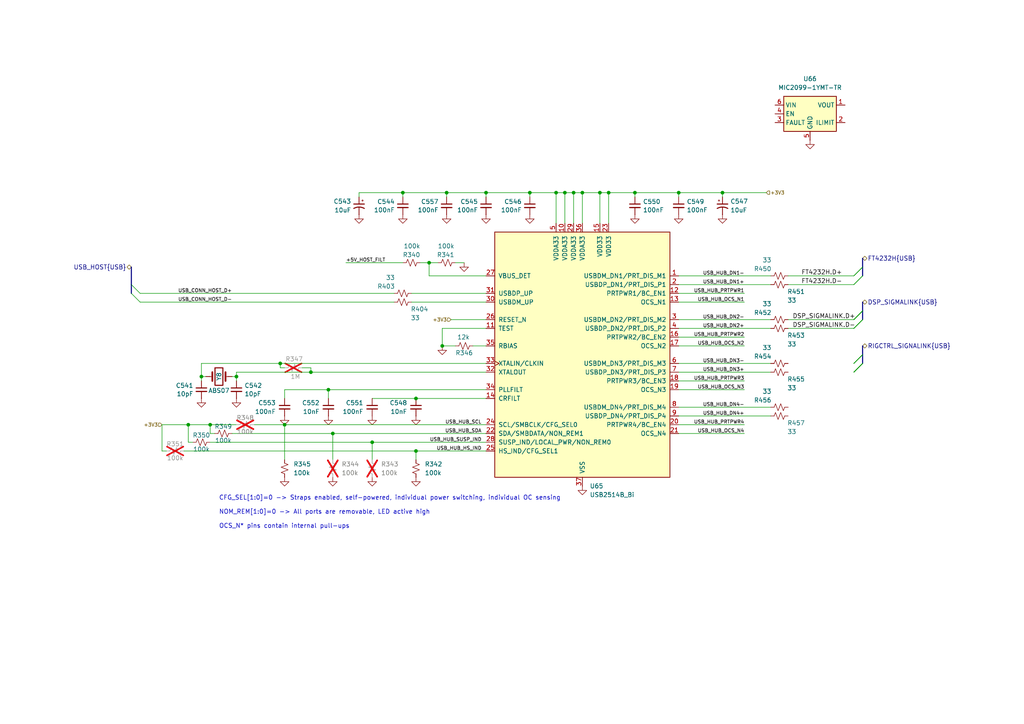
<source format=kicad_sch>
(kicad_sch (version 20250114) (generator "eeschema") (generator_version "9.0")
  (paper "A4")
  (lib_symbols
    (symbol "Device:C_Polarized_Small_US" (pin_numbers (hide yes)) (pin_names (offset 0.254) (hide yes))
      (property "Reference" "C" (at 0.254 1.778 0))
      (property "Value" "C_Polarized_Small_US" (at 0.254 -2.032 0))
      (symbol "C_Polarized_Small_US_0_1"
        (polyline (pts (xy -1.524 0.508) (xy 1.524 0.508)) (stroke (width 0.3048)))
        (polyline (pts (xy -1.27 1.524) (xy -0.762 1.524)))
        (polyline (pts (xy -1.016 1.27) (xy -1.016 1.778)))
        (arc (start -1.524 -0.762) (mid 0 -0.3734) (end 1.524 -0.762) (stroke (width 0.3048)))
      )
      (symbol "C_Polarized_Small_US_1_1"
        (pin passive line (at 0 2.54 270) (length 2.032) (name "~") (number "1"))
        (pin passive line (at 0 -2.54 90) (length 2.032) (name "~") (number "2"))
      )
    )
    (symbol "Device:C_Small" (pin_numbers (hide yes)) (pin_names (offset 0.254) (hide yes))
      (property "Reference" "C" (at 0.254 1.778 0))
      (property "Value" "C_Small" (at 0.254 -2.032 0))
      (symbol "C_Small_0_1"
        (polyline (pts (xy -1.524 0.508) (xy 1.524 0.508)) (stroke (width 0.3048)))
        (polyline (pts (xy -1.524 -0.508) (xy 1.524 -0.508)) (stroke (width 0.3302)))
      )
      (symbol "C_Small_1_1"
        (pin passive line (at 0 2.54 270) (length 2.032) (name "~") (number "1"))
        (pin passive line (at 0 -2.54 90) (length 2.032) (name "~") (number "2"))
      )
    )
    (symbol "Device:Crystal" (pin_numbers (hide yes)) (pin_names (offset 1.016) (hide yes))
      (property "Reference" "Y" (at 0 3.81 0))
      (property "Value" "Crystal" (at 0 -3.81 0))
      (symbol "Crystal_0_1"
        (polyline (pts (xy -2.54 0) (xy -1.905 0)))
        (polyline (pts (xy -1.905 -1.27) (xy -1.905 1.27)) (stroke (width 0.508)))
        (rectangle (start -1.143 2.54) (end 1.143 -2.54) (stroke (width 0.3048)))
        (polyline (pts (xy 1.905 -1.27) (xy 1.905 1.27)) (stroke (width 0.508)))
        (polyline (pts (xy 2.54 0) (xy 1.905 0)))
      )
      (symbol "Crystal_1_1"
        (pin passive line (at -3.81 0 0) (length 1.27) (name "1") (number "1"))
        (pin passive line (at 3.81 0 180) (length 1.27) (name "2") (number "2"))
      )
    )
    (symbol "Device:R_Small_US" (pin_numbers (hide yes)) (pin_names (offset 0.254) (hide yes))
      (property "Reference" "R" (at 0.762 0.508 0))
      (property "Value" "R_Small_US" (at 0.762 -1.016 0))
      (symbol "R_Small_US_1_1"
        (polyline (pts (xy 0 1.524) (xy 1.016 1.143) (xy 0 0.762) (xy -1.016 0.381) (xy 0 0)))
        (polyline (pts (xy 0 0) (xy 1.016 -0.381) (xy 0 -0.762) (xy -1.016 -1.143) (xy 0 -1.524)))
        (pin passive line (at 0 2.54 270) (length 1.016) (name "~") (number "1"))
        (pin passive line (at 0 -2.54 90) (length 1.016) (name "~") (number "2"))
      )
    )
    (symbol "Interface_USB:USB2514B_Bi" (pin_names (offset 1.016))
      (property "Reference" "U65" (at 2.1433 -38.1 0))
      (property "Value" "USB2514B_Bi" (at 2.1433 -40.64 0))
      (symbol "USB2514B_Bi_0_1"
        (rectangle (start -25.4 35.56) (end 25.4 -35.56) (stroke (width 0.254)) (fill (type background)))
      )
      (symbol "USB2514B_Bi_1_1"
        (pin input line (at -27.94 22.86 0) (length 2.54) (name "VBUS_DET") (number "27"))
        (pin bidirectional line (at -27.94 17.78 0) (length 2.54) (name "USBDP_UP") (number "31"))
        (pin bidirectional line (at -27.94 15.24 0) (length 2.54) (name "USBDM_UP") (number "30"))
        (pin input line (at -27.94 10.16 0) (length 2.54) (name "RESET_N") (number "26"))
        (pin input line (at -27.94 7.62 0) (length 2.54) (name "TEST") (number "11"))
        (pin input line (at -27.94 2.54 0) (length 2.54) (name "RBIAS") (number "35"))
        (pin input clock (at -27.94 -2.54 0) (length 2.54) (name "XTALIN/CLKIN") (number "33"))
        (pin output line (at -27.94 -5.08 0) (length 2.54) (name "XTALOUT") (number "32"))
        (pin input line (at -27.94 -10.16 0) (length 2.54) (name "PLLFILT") (number "34"))
        (pin input line (at -27.94 -12.7 0) (length 2.54) (name "CRFILT") (number "14"))
        (pin bidirectional line (at -27.94 -20.32 0) (length 2.54) (name "SCL/SMBCLK/CFG_SEL0") (number "24"))
        (pin bidirectional line (at -27.94 -22.86 0) (length 2.54) (name "SDA/SMBDATA/NON_REM1") (number "22"))
        (pin bidirectional line (at -27.94 -25.4 0) (length 2.54) (name "SUSP_IND/LOCAL_PWR/NON_REM0") (number "28"))
        (pin bidirectional line (at -27.94 -27.94 0) (length 2.54) (name "HS_IND/CFG_SEL1") (number "25"))
        (pin power_in line (at -7.62 38.1 270) (length 2.54) (name "VDDA33") (number "5"))
        (pin power_in line (at -5.08 38.1 270) (length 2.54) (name "VDDA33") (number "10"))
        (pin power_in line (at -2.54 38.1 270) (length 2.54) (name "VDDA33") (number "29"))
        (pin power_in line (at 0 38.1 270) (length 2.54) (name "VDDA33") (number "36"))
        (pin power_in line (at 0 -38.1 90) (length 2.54) (name "VSS") (number "37"))
        (pin power_in line (at 5.08 38.1 270) (length 2.54) (name "VDD33") (number "15"))
        (pin power_in line (at 7.62 38.1 270) (length 2.54) (name "VDD33") (number "23"))
        (pin bidirectional line (at 27.94 22.86 180) (length 2.54) (name "USBDM_DN1/PRT_DIS_M1") (number "1"))
        (pin bidirectional line (at 27.94 20.32 180) (length 2.54) (name "USBDP_DN1/PRT_DIS_P1") (number "2"))
        (pin bidirectional line (at 27.94 17.78 180) (length 2.54) (name "PRTPWR1/BC_EN1") (number "12"))
        (pin input line (at 27.94 15.24 180) (length 2.54) (name "OCS_N1") (number "13"))
        (pin bidirectional line (at 27.94 10.16 180) (length 2.54) (name "USBDM_DN2/PRT_DIS_M2") (number "3"))
        (pin bidirectional line (at 27.94 7.62 180) (length 2.54) (name "USBDP_DN2/PRT_DIS_P2") (number "4"))
        (pin bidirectional line (at 27.94 5.08 180) (length 2.54) (name "PRTPWR2/BC_EN2") (number "16"))
        (pin input line (at 27.94 2.54 180) (length 2.54) (name "OCS_N2") (number "17"))
        (pin bidirectional line (at 27.94 -2.54 180) (length 2.54) (name "USBDM_DN3/PRT_DIS_M3") (number "6"))
        (pin bidirectional line (at 27.94 -5.08 180) (length 2.54) (name "USBDP_DN3/PRT_DIS_P3") (number "7"))
        (pin bidirectional line (at 27.94 -7.62 180) (length 2.54) (name "PRTPWR3/BC_EN3") (number "18"))
        (pin input line (at 27.94 -10.16 180) (length 2.54) (name "OCS_N3") (number "19"))
        (pin bidirectional line (at 27.94 -15.24 180) (length 2.54) (name "USBDM_DN4/PRT_DIS_M4") (number "8"))
        (pin bidirectional line (at 27.94 -17.78 180) (length 2.54) (name "USBDP_DN4/PRT_DIS_P4") (number "9"))
        (pin bidirectional line (at 27.94 -20.32 180) (length 2.54) (name "PRTPWR4/BC_EN4") (number "20"))
        (pin input line (at 27.94 -22.86 180) (length 2.54) (name "OCS_N4") (number "21"))
      )
    )
    (symbol "Power_Management:MIC2090-1YM5"
      (property "Reference" "U66" (at 0 10.16 0))
      (property "Value" "MIC2099-1YMT-TR" (at 0 7.62 0))
      (symbol "MIC2090-1YM5_0_1"
        (rectangle (start -7.62 5.08) (end 7.62 -5.08) (stroke (width 0.254)) (fill (type background)))
      )
      (symbol "MIC2090-1YM5_1_1"
        (pin power_in line (at -10.16 2.54 0) (length 2.54) (name "VIN") (number "6"))
        (pin input line (at -10.16 0 0) (length 2.54) (name "EN") (number "4"))
        (pin open_collector line (at -10.16 -2.54 0) (length 2.54) (name "FAULT") (number "3"))
        (pin power_in line (at 0 -7.62 90) (length 2.54) (name "GND") (number "5"))
        (pin power_out line (at 10.16 2.54 180) (length 2.54) (name "VOUT") (number "1"))
        (pin input line (at 10.16 -2.54 180) (length 2.54) (name "ILIMIT") (number "2"))
      )
    )
    (symbol "power:GND" (power) (pin_numbers (hide yes)) (pin_names (offset 0) (hide yes))
      (property "Value" "GND" (at 0 -3.81 0))
      (symbol "GND_0_1"
        (polyline (pts (xy 0 0) (xy 0 -1.27) (xy 1.27 -1.27) (xy 0 -2.54) (xy -1.27 -1.27) (xy 0 -1.27)))
      )
      (symbol "GND_1_1"
        (pin power_in line (at 0 0 270) (length 0) (name "~") (number "1"))
      )
    )
  )
  (text "CFG_SEL[1:0]=0 -> Straps enabled, self-powered, individual power switching, individual OC sensing\n\nNOM_REM[1:0]=0 -> All ports are removable, LED active high\n\nOCS_N* pins contain internal pull-ups" (at 63.5 148.59 0) (effects (font (size 1.27 1.27)) (justify left)))
  (junction (at 161.29 55.88))
  (junction (at 140.97 55.88))
  (junction (at 116.84 55.88))
  (junction (at 128.27 100.33))
  (junction (at 54.61 123.19))
  (junction (at 120.65 130.81))
  (junction (at 129.54 55.88))
  (junction (at 163.83 55.88))
  (junction (at 58.42 109.22))
  (junction (at 209.55 55.88))
  (junction (at 124.46 76.2))
  (junction (at 196.85 55.88))
  (junction (at 168.91 55.88))
  (junction (at 96.52 125.73))
  (junction (at 95.25 113.03))
  (junction (at 184.15 55.88))
  (junction (at 166.37 55.88))
  (junction (at 176.53 55.88))
  (junction (at 153.67 55.88))
  (junction (at 68.58 109.22))
  (junction (at 60.96 123.19))
  (junction (at 107.95 128.27))
  (junction (at 82.55 123.19))
  (junction (at 81.28 105.41))
  (junction (at 120.65 115.57))
  (junction (at 90.17 107.95))
  (junction (at 173.99 55.88))
  (bus_entry (at 40.64 87.63) (size -2.54 -2.54))
  (bus_entry (at 250.19 105.41) (size -2.54 2.54))
  (bus_entry (at 250.19 90.17) (size -2.54 2.54))
  (bus_entry (at 250.19 90.17) (size -2.54 2.54))
  (bus_entry (at 250.19 90.17) (size -2.54 2.54))
  (bus_entry (at 250.19 102.87) (size -2.54 2.54))
  (bus_entry (at 250.19 105.41) (size -2.54 2.54))
  (bus_entry (at 250.19 77.47) (size -2.54 2.54))
  (bus_entry (at 250.19 80.01) (size -2.54 2.54))
  (bus_entry (at 40.64 85.09) (size -2.54 -2.54))
  (bus_entry (at 250.19 92.71) (size -2.54 2.54))
  (bus_entry (at 250.19 102.87) (size -2.54 2.54))
  (bus_entry (at 250.19 102.87) (size -2.54 2.54))
  (bus_entry (at 250.19 77.47) (size -2.54 2.54))
  (bus_entry (at 250.19 92.71) (size -2.54 2.54))
  (bus_entry (at 250.19 105.41) (size -2.54 2.54))
  (bus_entry (at 250.19 105.41) (size -2.54 2.54))
  (bus_entry (at 250.19 92.71) (size -2.54 2.54))
  (bus_entry (at 250.19 80.01) (size -2.54 2.54))
  (bus_entry (at 250.19 92.71) (size -2.54 2.54))
  (bus_entry (at 250.19 90.17) (size -2.54 2.54))
  (bus_entry (at 250.19 102.87) (size -2.54 2.54))
  (bus (pts (xy 250.19 87.63) (xy 250.19 90.17)))
  (wire (pts (xy 116.84 55.88) (xy 129.54 55.88)))
  (wire (pts (xy 82.55 113.03) (xy 95.25 113.03)))
  (wire (pts (xy 196.85 107.95) (xy 223.52 107.95)))
  (wire (pts (xy 168.91 55.88) (xy 168.91 64.77)))
  (wire (pts (xy 58.42 105.41) (xy 58.42 109.22)))
  (bus (pts (xy 250.19 100.33) (xy 250.19 102.87)))
  (bus (pts (xy 250.19 74.93) (xy 250.19 77.47)))
  (wire (pts (xy 107.95 128.27) (xy 140.97 128.27)))
  (wire (pts (xy 58.42 109.22) (xy 59.69 109.22)))
  (wire (pts (xy 95.25 113.03) (xy 140.97 113.03)))
  (wire (pts (xy 196.85 118.11) (xy 223.52 118.11)))
  (bus (pts (xy 250.19 102.87) (xy 250.19 105.41)))
  (wire (pts (xy 166.37 55.88) (xy 166.37 64.77)))
  (wire (pts (xy 196.85 95.25) (xy 223.52 95.25)))
  (wire (pts (xy 81.28 105.41) (xy 140.97 105.41)))
  (wire (pts (xy 215.9 85.09) (xy 196.85 85.09)))
  (wire (pts (xy 58.42 110.49) (xy 58.42 109.22)))
  (wire (pts (xy 87.63 106.68) (xy 90.17 106.68)))
  (wire (pts (xy 173.99 55.88) (xy 173.99 64.77)))
  (wire (pts (xy 215.9 113.03) (xy 196.85 113.03)))
  (wire (pts (xy 119.38 85.09) (xy 140.97 85.09)))
  (bus (pts (xy 38.1 82.55) (xy 38.1 85.09)))
  (wire (pts (xy 73.66 123.19) (xy 82.55 123.19)))
  (wire (pts (xy 215.9 110.49) (xy 196.85 110.49)))
  (wire (pts (xy 228.6 82.55) (xy 247.65 82.55)))
  (wire (pts (xy 40.64 87.63) (xy 114.3 87.63)))
  (wire (pts (xy 129.54 55.88) (xy 129.54 57.15)))
  (wire (pts (xy 196.85 82.55) (xy 223.52 82.55)))
  (wire (pts (xy 196.85 80.01) (xy 223.52 80.01)))
  (wire (pts (xy 184.15 55.88) (xy 196.85 55.88)))
  (wire (pts (xy 228.6 80.01) (xy 247.65 80.01)))
  (wire (pts (xy 140.97 95.25) (xy 128.27 95.25)))
  (wire (pts (xy 82.55 123.19) (xy 140.97 123.19)))
  (wire (pts (xy 90.17 107.95) (xy 140.97 107.95)))
  (wire (pts (xy 104.14 55.88) (xy 104.14 57.15)))
  (wire (pts (xy 215.9 97.79) (xy 196.85 97.79)))
  (wire (pts (xy 68.58 107.95) (xy 68.58 109.22)))
  (wire (pts (xy 196.85 105.41) (xy 223.52 105.41)))
  (wire (pts (xy 54.61 123.19) (xy 46.99 123.19)))
  (wire (pts (xy 121.92 76.2) (xy 124.46 76.2)))
  (wire (pts (xy 60.96 123.19) (xy 68.58 123.19)))
  (wire (pts (xy 215.9 123.19) (xy 196.85 123.19)))
  (wire (pts (xy 60.96 128.27) (xy 107.95 128.27)))
  (wire (pts (xy 107.95 115.57) (xy 120.65 115.57)))
  (wire (pts (xy 120.65 130.81) (xy 140.97 130.81)))
  (wire (pts (xy 140.97 55.88) (xy 140.97 57.15)))
  (wire (pts (xy 48.26 130.81) (xy 46.99 130.81)))
  (wire (pts (xy 161.29 55.88) (xy 163.83 55.88)))
  (wire (pts (xy 163.83 55.88) (xy 163.83 64.77)))
  (wire (pts (xy 58.42 105.41) (xy 81.28 105.41)))
  (bus (pts (xy 38.1 77.47) (xy 38.1 82.55)))
  (wire (pts (xy 40.64 85.09) (xy 114.3 85.09)))
  (wire (pts (xy 132.08 76.2) (xy 134.62 76.2)))
  (wire (pts (xy 82.55 133.35) (xy 82.55 123.19)))
  (wire (pts (xy 130.81 92.71) (xy 140.97 92.71)))
  (wire (pts (xy 128.27 95.25) (xy 128.27 100.33)))
  (wire (pts (xy 82.55 115.57) (xy 82.55 113.03)))
  (wire (pts (xy 209.55 55.88) (xy 222.25 55.88)))
  (wire (pts (xy 140.97 55.88) (xy 153.67 55.88)))
  (wire (pts (xy 60.96 125.73) (xy 60.96 123.19)))
  (wire (pts (xy 119.38 87.63) (xy 140.97 87.63)))
  (wire (pts (xy 95.25 113.03) (xy 95.25 115.57)))
  (wire (pts (xy 215.9 125.73) (xy 196.85 125.73)))
  (wire (pts (xy 96.52 125.73) (xy 96.52 133.35)))
  (wire (pts (xy 60.96 123.19) (xy 54.61 123.19)))
  (wire (pts (xy 81.28 106.68) (xy 81.28 105.41)))
  (wire (pts (xy 163.83 55.88) (xy 166.37 55.88)))
  (wire (pts (xy 68.58 107.95) (xy 90.17 107.95)))
  (wire (pts (xy 168.91 55.88) (xy 173.99 55.88)))
  (wire (pts (xy 90.17 106.68) (xy 90.17 107.95)))
  (wire (pts (xy 116.84 55.88) (xy 116.84 57.15)))
  (wire (pts (xy 196.85 92.71) (xy 223.52 92.71)))
  (wire (pts (xy 54.61 128.27) (xy 54.61 123.19)))
  (wire (pts (xy 153.67 55.88) (xy 161.29 55.88)))
  (wire (pts (xy 107.95 128.27) (xy 107.95 133.35)))
  (wire (pts (xy 55.88 128.27) (xy 54.61 128.27)))
  (wire (pts (xy 176.53 55.88) (xy 176.53 64.77)))
  (wire (pts (xy 137.16 100.33) (xy 140.97 100.33)))
  (wire (pts (xy 196.85 55.88) (xy 209.55 55.88)))
  (wire (pts (xy 124.46 80.01) (xy 124.46 76.2)))
  (wire (pts (xy 104.14 55.88) (xy 116.84 55.88)))
  (wire (pts (xy 196.85 55.88) (xy 196.85 57.15)))
  (wire (pts (xy 124.46 76.2) (xy 127 76.2)))
  (wire (pts (xy 166.37 55.88) (xy 168.91 55.88)))
  (wire (pts (xy 215.9 100.33) (xy 196.85 100.33)))
  (wire (pts (xy 173.99 55.88) (xy 176.53 55.88)))
  (wire (pts (xy 161.29 55.88) (xy 161.29 64.77)))
  (wire (pts (xy 82.55 106.68) (xy 81.28 106.68)))
  (wire (pts (xy 184.15 55.88) (xy 184.15 57.15)))
  (wire (pts (xy 67.31 125.73) (xy 96.52 125.73)))
  (bus (pts (xy 250.19 90.17) (xy 250.19 92.71)))
  (wire (pts (xy 53.34 130.81) (xy 120.65 130.81)))
  (wire (pts (xy 129.54 55.88) (xy 140.97 55.88)))
  (wire (pts (xy 68.58 110.49) (xy 68.58 109.22)))
  (wire (pts (xy 176.53 55.88) (xy 184.15 55.88)))
  (wire (pts (xy 128.27 100.33) (xy 132.08 100.33)))
  (wire (pts (xy 68.58 109.22) (xy 67.31 109.22)))
  (wire (pts (xy 120.65 115.57) (xy 140.97 115.57)))
  (wire (pts (xy 196.85 120.65) (xy 223.52 120.65)))
  (wire (pts (xy 209.55 55.88) (xy 209.55 57.15)))
  (wire (pts (xy 46.99 130.81) (xy 46.99 123.19)))
  (wire (pts (xy 215.9 87.63) (xy 196.85 87.63)))
  (wire (pts (xy 140.97 80.01) (xy 124.46 80.01)))
  (wire (pts (xy 62.23 125.73) (xy 60.96 125.73)))
  (wire (pts (xy 153.67 55.88) (xy 153.67 57.15)))
  (wire (pts (xy 228.6 92.71) (xy 247.65 92.71)))
  (wire (pts (xy 228.6 95.25) (xy 247.65 95.25)))
  (bus (pts (xy 250.19 77.47) (xy 250.19 80.01)))
  (wire (pts (xy 96.52 125.73) (xy 140.97 125.73)))
  (wire (pts (xy 100.33 76.2) (xy 116.84 76.2)))
  (wire (pts (xy 120.65 133.35) (xy 120.65 130.81)))
  (label "USB_HUB_DN2-" (at 215.9 92.71 180) (effects (font (size 1 1))))
  (label "FT4232H.D-" (at 232.41 82.55 0))
  (label "USB_HUB_DN1+" (at 215.9 82.55 180) (effects (font (size 1 1))))
  (label "USB_HUB_DN4+" (at 215.9 120.65 180) (effects (font (size 1 1))))
  (label "USB_HUB_PRTPWR4" (at 215.9 123.19 180) (effects (font (size 1 1))))
  (label "USB_HUB_DN3-" (at 215.9 105.41 180) (effects (font (size 1 1))))
  (label "USB_HUB_DN1-" (at 215.9 80.01 180) (effects (font (size 1 1))))
  (label "DSP_SIGMALINK.D-" (at 229.87 95.25 0))
  (label "USB_HUB_OCS_N2" (at 215.9 100.33 180) (effects (font (size 1 1))))
  (label "USB_HUB_HS_IND" (at 139.7 130.81 180) (effects (font (size 1 1))))
  (label "+5V_HOST_FILT" (at 100.33 76.2 0) (effects (font (size 1 1))))
  (label "USB_HUB_SUSP_IND" (at 139.7 128.27 180) (effects (font (size 1 1))))
  (label "FT4232H.D+" (at 232.41 80.01 0))
  (label "USB_HUB_OCS_N1" (at 215.9 87.63 180) (effects (font (size 1 1))))
  (label "USB_HUB_PRTPWR3" (at 215.9 110.49 180) (effects (font (size 1 1))))
  (label "USB_HUB_PRTPWR2" (at 215.9 97.79 180) (effects (font (size 1 1))))
  (label "USB_HUB_DN2+" (at 215.9 95.25 180) (effects (font (size 1 1))))
  (label "USB_HUB_SDA" (at 139.7 125.73 180) (effects (font (size 1 1))))
  (label "USB_HUB_DN4-" (at 215.9 118.11 180) (effects (font (size 1 1))))
  (label "USB_HUB_OCS_N3" (at 215.9 113.03 180) (effects (font (size 1 1))))
  (label "USB_HUB_PRTPWR1" (at 215.9 85.09 180) (effects (font (size 1 1))))
  (label "USB_HUB_DN3+" (at 215.9 107.95 180) (effects (font (size 1 1))))
  (label "DSP_SIGMALINK.D+" (at 229.87 92.71 0))
  (label "USB_HUB_SCL" (at 139.7 123.19 180) (effects (font (size 1 1))))
  (label "USB_CONN_HOST_D+" (at 67.31 85.09 180) (effects (font (size 1 1))))
  (label "USB_CONN_HOST_D-" (at 67.31 87.63 180) (effects (font (size 1 1))))
  (label "USB_HUB_OCS_N4" (at 215.9 125.73 180) (effects (font (size 1 1))))
  (hierarchical_label "USB_HOST{USB}" (shape bidirectional) (at 38.1 77.47 180))
  (hierarchical_label "+3V3" (shape input) (at 46.99 123.19 180) (effects (font (size 1 1))))
  (hierarchical_label "+3V3" (shape input) (at 222.25 55.88 0) (effects (font (size 1 1))))
  (hierarchical_label "RIGCTRL_SIGNALINK{USB}" (shape bidirectional) (at 250.19 100.33 0))
  (hierarchical_label "+3V3" (shape input) (at 130.81 92.71 180) (effects (font (size 1 1))))
  (hierarchical_label "FT4232H{USB}" (shape bidirectional) (at 250.19 74.93 0))
  (hierarchical_label "DSP_SIGMALINK{USB}" (shape bidirectional) (at 250.19 87.63 0))
  (symbol (lib_id "Device:R_Small_US") (at 50.8 130.81 270) (unit 1) (in_bom no) (dnp yes)
    (property "Reference" "R351" (at 50.8 128.778 90))
    (property "Value" "100k" (at 50.8 132.842 90))
    (property "Description" "Resistor, small US symbol" (effects (hide yes)))
  )
  (symbol (lib_id "Device:C_Small") (at 196.85 59.69 0) (unit 1)
    (property "Reference" "C549" (at 199.1741 58.4841 0) (effects (justify left)))
    (property "Value" "100nF" (at 199.1741 60.9084 0) (effects (justify left)))
    (property "Description" "Unpolarized capacitor, small symbol" (effects (hide yes)))
  )
  (symbol (lib_id "Device:R_Small_US") (at 226.06 80.01 90) (unit 1)
    (property "Reference" "R450" (at 223.774 77.978 90) (effects (justify left)))
    (property "Value" "33" (at 223.774 75.438 90) (effects (justify left)))
    (property "Description" "Resistor, small US symbol" (effects (hide yes)))
  )
  (symbol (lib_id "Device:R_Small_US") (at 64.77 125.73 270) (unit 1)
    (property "Reference" "R349" (at 64.77 123.698 90))
    (property "Value" "100k" (at 64.77 127.762 90))
    (property "Description" "Resistor, small US symbol" (effects (hide yes)))
  )
  (symbol (lib_id "Device:C_Small") (at 153.67 59.69 0) (mirror y) (unit 1)
    (property "Reference" "C546" (at 151.3459 58.4841 0) (effects (justify left)))
    (property "Value" "100nF" (at 151.3459 60.9084 0) (effects (justify left)))
    (property "Description" "Unpolarized capacitor, small symbol" (effects (hide yes)))
  )
  (symbol (lib_id "Device:C_Small") (at 82.55 118.11 0) (unit 1)
    (property "Reference" "C553" (at 80.01 116.8462 0) (effects (justify right)))
    (property "Value" "100nF" (at 80.01 119.3862 0) (effects (justify right)))
    (property "Description" "Unpolarized capacitor, small symbol" (effects (hide yes)))
  )
  (symbol (lib_id "Device:R_Small_US") (at 71.12 123.19 270) (unit 1) (in_bom no) (dnp yes)
    (property "Reference" "R348" (at 71.12 121.158 90))
    (property "Value" "100k" (at 71.12 125.222 90))
    (property "Description" "Resistor, small US symbol" (effects (hide yes)))
  )
  (symbol (lib_id "Device:R_Small_US") (at 226.06 120.65 270) (unit 1)
    (property "Reference" "R457" (at 228.346 122.682 90) (effects (justify left)))
    (property "Value" "33" (at 228.346 125.222 90) (effects (justify left)))
    (property "Description" "Resistor, small US symbol" (effects (hide yes)))
  )
  (symbol (lib_id "Interface_USB:USB2514B_Bi") (at 168.91 102.87 0) (unit 1)
    (property "Reference" "U65" (at 171.0533 140.97 0) (effects (justify left)))
    (property "Value" "USB2514B_Bi" (at 171.0533 143.51 0) (effects (justify left)))
    (property "Footprint" "Package_DFN_QFN:QFN-36-1EP_6x6mm_P0.5mm_EP3.7x3.7mm" (effects (hide yes)))
    (property "Datasheet" "http://ww1.microchip.com/downloads/en/DeviceDoc/00001692C.pdf" (effects (hide yes)))
    (property "Description" "USB 2.0 Hi-Speed Hub Controller" (effects (hide yes)))
  )
  (symbol (lib_id "power:GND") (at 168.91 140.97 0) (mirror y) (unit 1)
    (property "Reference" "#PWR0697" (effects (hide yes)))
    (property "Value" "GND" (effects (hide yes)))
    (property "Description" "Power symbol creates a global label with name \"GND\" , ground" (effects (hide yes)))
  )
  (symbol (lib_id "Device:C_Polarized_Small_US") (at 209.55 59.69 0) (unit 1)
    (property "Reference" "C547" (at 211.836 58.42 0) (effects (justify left)))
    (property "Value" "10uF" (at 211.836 60.96 0) (effects (justify left)))
    (property "Description" "Polarized capacitor, small US symbol" (effects (hide yes)))
  )
  (symbol (lib_id "power:GND") (at 134.62 76.2 0) (unit 1)
    (property "Reference" "#PWR0705" (effects (hide yes)))
    (property "Value" "GND" (effects (hide yes)))
    (property "Description" "Power symbol creates a global label with name \"GND\" , ground" (effects (hide yes)))
  )
  (symbol (lib_id "power:GND") (at 96.52 138.43 0) (unit 1)
    (property "Reference" "#PWR0711" (effects (hide yes)))
    (property "Value" "GND" (effects (hide yes)))
    (property "Description" "Power symbol creates a global label with name \"GND\" , ground" (effects (hide yes)))
  )
  (symbol (lib_id "Device:R_Small_US") (at 107.95 135.89 0) (unit 1) (in_bom no) (dnp yes)
    (property "Reference" "R343" (at 110.49 134.6199 0) (effects (justify left)))
    (property "Value" "100k" (at 110.49 137.1599 0) (effects (justify left)))
    (property "Description" "Resistor, small US symbol" (effects (hide yes)))
  )
  (symbol (lib_id "Device:C_Small") (at 58.42 113.03 0) (mirror y) (unit 1)
    (property "Reference" "C541" (at 56.0959 111.8241 0) (effects (justify left)))
    (property "Value" "10pF" (at 56.0959 114.2484 0) (effects (justify left)))
    (property "Description" "Unpolarized capacitor, small symbol" (effects (hide yes)))
  )
  (symbol (lib_id "power:GND") (at 128.27 100.33 0) (unit 1)
    (property "Reference" "#PWR0717" (effects (hide yes)))
    (property "Value" "GND" (effects (hide yes)))
    (property "Description" "Power symbol creates a global label with name \"GND\" , ground" (effects (hide yes)))
  )
  (symbol (lib_id "Device:R_Small_US") (at 226.06 118.11 90) (unit 1)
    (property "Reference" "R456" (at 223.774 116.078 90) (effects (justify left)))
    (property "Value" "33" (at 223.774 113.538 90) (effects (justify left)))
    (property "Description" "Resistor, small US symbol" (effects (hide yes)))
  )
  (symbol (lib_id "power:GND") (at 82.55 138.43 0) (unit 1)
    (property "Reference" "#PWR0712" (effects (hide yes)))
    (property "Value" "GND" (effects (hide yes)))
    (property "Description" "Power symbol creates a global label with name \"GND\" , ground" (effects (hide yes)))
  )
  (symbol (lib_id "power:GND") (at 104.14 62.23 0) (mirror y) (unit 1)
    (property "Reference" "#PWR0700" (effects (hide yes)))
    (property "Value" "GND" (effects (hide yes)))
    (property "Description" "Power symbol creates a global label with name \"GND\" , ground" (effects (hide yes)))
  )
  (symbol (lib_id "power:GND") (at 68.58 115.57 0) (unit 1)
    (property "Reference" "#PWR0699" (effects (hide yes)))
    (property "Value" "GND" (effects (hide yes)))
    (property "Description" "Power symbol creates a global label with name \"GND\" , ground" (effects (hide yes)))
  )
  (symbol (lib_id "power:GND") (at 140.97 62.23 0) (mirror y) (unit 1)
    (property "Reference" "#PWR0702" (effects (hide yes)))
    (property "Value" "GND" (effects (hide yes)))
    (property "Description" "Power symbol creates a global label with name \"GND\" , ground" (effects (hide yes)))
  )
  (symbol (lib_id "power:GND") (at 120.65 120.65 0) (mirror y) (unit 1)
    (property "Reference" "#PWR0713" (effects (hide yes)))
    (property "Value" "GND" (effects (hide yes)))
    (property "Description" "Power symbol creates a global label with name \"GND\" , ground" (effects (hide yes)))
  )
  (symbol (lib_id "Device:C_Small") (at 116.84 59.69 0) (mirror y) (unit 1)
    (property "Reference" "C544" (at 114.5159 58.4841 0) (effects (justify left)))
    (property "Value" "100nF" (at 114.5159 60.9084 0) (effects (justify left)))
    (property "Description" "Unpolarized capacitor, small symbol" (effects (hide yes)))
  )
  (symbol (lib_id "power:GND") (at 153.67 62.23 0) (mirror y) (unit 1)
    (property "Reference" "#PWR0703" (effects (hide yes)))
    (property "Value" "GND" (effects (hide yes)))
    (property "Description" "Power symbol creates a global label with name \"GND\" , ground" (effects (hide yes)))
  )
  (symbol (lib_id "power:GND") (at 196.85 62.23 0) (unit 1)
    (property "Reference" "#PWR0706" (effects (hide yes)))
    (property "Value" "GND" (effects (hide yes)))
    (property "Description" "Power symbol creates a global label with name \"GND\" , ground" (effects (hide yes)))
  )
  (symbol (lib_id "Device:C_Small") (at 184.15 59.69 0) (unit 1)
    (property "Reference" "C550" (at 186.4741 58.4841 0) (effects (justify left)))
    (property "Value" "100nF" (at 186.4741 60.9084 0) (effects (justify left)))
    (property "Description" "Unpolarized capacitor, small symbol" (effects (hide yes)))
  )
  (symbol (lib_id "Device:R_Small_US") (at 226.06 92.71 90) (unit 1)
    (property "Reference" "R452" (at 223.774 90.678 90) (effects (justify left)))
    (property "Value" "33" (at 223.774 88.138 90) (effects (justify left)))
    (property "Description" "Resistor, small US symbol" (effects (hide yes)))
  )
  (symbol (lib_id "Device:R_Small_US") (at 58.42 128.27 270) (unit 1)
    (property "Reference" "R350" (at 58.42 126.238 90))
    (property "Value" "100k" (at 58.42 130.302 90))
    (property "Description" "Resistor, small US symbol" (effects (hide yes)))
  )
  (symbol (lib_id "Device:C_Small") (at 95.25 118.11 0) (unit 1)
    (property "Reference" "C552" (at 92.71 116.8462 0) (effects (justify right)))
    (property "Value" "10nF" (at 92.71 119.3862 0) (effects (justify right)))
    (property "Description" "Unpolarized capacitor, small symbol" (effects (hide yes)))
  )
  (symbol (lib_id "Device:Crystal") (at 63.5 109.22 0) (mirror y) (unit 1)
    (property "Reference" "Y8" (at 63.5 109.22 90))
    (property "Value" "ABS07" (at 63.5 113.284 0))
    (property "Datasheet" "https://abracon.com/Resonators/ABS07.pdf" (effects (hide yes)))
    (property "Description" "Two pin crystal" (effects (hide yes)))
  )
  (symbol (lib_id "Device:C_Small") (at 107.95 118.11 0) (unit 1)
    (property "Reference" "C551" (at 105.41 116.8462 0) (effects (justify right)))
    (property "Value" "100nF" (at 105.41 119.3862 0) (effects (justify right)))
    (property "Description" "Unpolarized capacitor, small symbol" (effects (hide yes)))
  )
  (symbol (lib_id "Device:R_Small_US") (at 82.55 135.89 0) (unit 1)
    (property "Reference" "R345" (at 85.09 134.6199 0) (effects (justify left)))
    (property "Value" "100k" (at 85.09 137.1599 0) (effects (justify left)))
    (property "Description" "Resistor, small US symbol" (effects (hide yes)))
  )
  (symbol (lib_id "Power_Management:MIC2090-1YM5") (at 234.95 33.02 0) (unit 1)
    (property "Reference" "U66" (at 234.95 22.86 0))
    (property "Value" "MIC2099-1YMT-TR" (at 234.95 25.4 0))
    (property "Datasheet" "https://ww1.microchip.com/downloads/aemDocuments/documents/APID/ProductDocuments/DataSheets/MIC2090-1-Current-Limiting-Power-Distribution-Switches-DS20006611A.pdf" (effects (hide yes)))
    (property "Description" "Single-channel, high side, power distribution switch, 790mOhm Ron, auto-retry, 1.8V-5.5V, 50 mA, SOT-23-5" (effects (hide yes)))
  )
  (symbol (lib_id "Device:R_Small_US") (at 226.06 82.55 270) (unit 1)
    (property "Reference" "R451" (at 228.346 84.582 90) (effects (justify left)))
    (property "Value" "33" (at 228.346 87.122 90) (effects (justify left)))
    (property "Description" "Resistor, small US symbol" (effects (hide yes)))
  )
  (symbol (lib_id "Device:R_Small_US") (at 129.54 76.2 90) (unit 1)
    (property "Reference" "R341" (at 131.826 73.914 90) (effects (justify left)))
    (property "Value" "100k" (at 131.826 71.374 90) (effects (justify left)))
    (property "Description" "Resistor, small US symbol" (effects (hide yes)))
  )
  (symbol (lib_id "power:GND") (at 184.15 62.23 0) (unit 1)
    (property "Reference" "#PWR0707" (effects (hide yes)))
    (property "Value" "GND" (effects (hide yes)))
    (property "Description" "Power symbol creates a global label with name \"GND\" , ground" (effects (hide yes)))
  )
  (symbol (lib_id "Device:R_Small_US") (at 96.52 135.89 0) (unit 1) (in_bom no) (dnp yes)
    (property "Reference" "R344" (at 99.06 134.6199 0) (effects (justify left)))
    (property "Value" "100k" (at 99.06 137.1599 0) (effects (justify left)))
    (property "Description" "Resistor, small US symbol" (effects (hide yes)))
  )
  (symbol (lib_id "Device:R_Small_US") (at 85.09 106.68 90) (unit 1) (dnp yes)
    (property "Reference" "R347" (at 87.884 104.14 90) (effects (justify left)))
    (property "Value" "1M" (at 87.122 109.22 90) (effects (justify left)))
    (property "Description" "Resistor, small US symbol" (effects (hide yes)))
  )
  (symbol (lib_id "Device:R_Small_US") (at 116.84 85.09 90) (unit 1)
    (property "Reference" "R403" (at 114.554 83.058 90) (effects (justify left)))
    (property "Value" "33" (at 114.554 80.518 90) (effects (justify left)))
    (property "Description" "Resistor, small US symbol" (effects (hide yes)))
  )
  (symbol (lib_id "Device:C_Small") (at 129.54 59.69 0) (mirror y) (unit 1)
    (property "Reference" "C557" (at 127.2159 58.4841 0) (effects (justify left)))
    (property "Value" "100nF" (at 127.2159 60.9084 0) (effects (justify left)))
    (property "Description" "Unpolarized capacitor, small symbol" (effects (hide yes)))
  )
  (symbol (lib_id "power:GND") (at 209.55 62.23 0) (unit 1)
    (property "Reference" "#PWR0704" (effects (hide yes)))
    (property "Value" "GND" (effects (hide yes)))
    (property "Description" "Power symbol creates a global label with name \"GND\" , ground" (effects (hide yes)))
  )
  (symbol (lib_id "Device:C_Small") (at 140.97 59.69 0) (mirror y) (unit 1)
    (property "Reference" "C545" (at 138.6459 58.4841 0) (effects (justify left)))
    (property "Value" "100nF" (at 138.6459 60.9084 0) (effects (justify left)))
    (property "Description" "Unpolarized capacitor, small symbol" (effects (hide yes)))
  )
  (symbol (lib_id "power:GND") (at 95.25 120.65 0) (mirror y) (unit 1)
    (property "Reference" "#PWR0715" (effects (hide yes)))
    (property "Value" "GND" (effects (hide yes)))
    (property "Description" "Power symbol creates a global label with name \"GND\" , ground" (effects (hide yes)))
  )
  (symbol (lib_id "Device:R_Small_US") (at 116.84 87.63 270) (unit 1)
    (property "Reference" "R404" (at 119.126 89.662 90) (effects (justify left)))
    (property "Value" "33" (at 119.126 92.202 90) (effects (justify left)))
    (property "Description" "Resistor, small US symbol" (effects (hide yes)))
  )
  (symbol (lib_id "power:GND") (at 107.95 138.43 0) (unit 1)
    (property "Reference" "#PWR0710" (effects (hide yes)))
    (property "Value" "GND" (effects (hide yes)))
    (property "Description" "Power symbol creates a global label with name \"GND\" , ground" (effects (hide yes)))
  )
  (symbol (lib_id "Device:C_Polarized_Small_US") (at 104.14 59.69 0) (mirror y) (unit 1)
    (property "Reference" "C543" (at 101.854 58.42 0) (effects (justify left)))
    (property "Value" "10uF" (at 101.854 60.96 0) (effects (justify left)))
    (property "Description" "Polarized capacitor, small US symbol" (effects (hide yes)))
  )
  (symbol (lib_id "power:GND") (at 116.84 62.23 0) (mirror y) (unit 1)
    (property "Reference" "#PWR0701" (effects (hide yes)))
    (property "Value" "GND" (effects (hide yes)))
    (property "Description" "Power symbol creates a global label with name \"GND\" , ground" (effects (hide yes)))
  )
  (symbol (lib_id "Device:R_Small_US") (at 226.06 107.95 270) (unit 1)
    (property "Reference" "R455" (at 228.346 109.982 90) (effects (justify left)))
    (property "Value" "33" (at 228.346 112.522 90) (effects (justify left)))
    (property "Description" "Resistor, small US symbol" (effects (hide yes)))
  )
  (symbol (lib_id "power:GND") (at 58.42 115.57 0) (unit 1)
    (property "Reference" "#PWR0698" (effects (hide yes)))
    (property "Value" "GND" (effects (hide yes)))
    (property "Description" "Power symbol creates a global label with name \"GND\" , ground" (effects (hide yes)))
  )
  (symbol (lib_id "power:GND") (at 234.95 40.64 0) (unit 1)
    (property "Reference" "#PWR0718" (effects (hide yes)))
    (property "Value" "GND" (effects (hide yes)))
    (property "Description" "Power symbol creates a global label with name \"GND\" , ground" (effects (hide yes)))
  )
  (symbol (lib_id "power:GND") (at 120.65 138.43 0) (unit 1)
    (property "Reference" "#PWR0709" (effects (hide yes)))
    (property "Value" "GND" (effects (hide yes)))
    (property "Description" "Power symbol creates a global label with name \"GND\" , ground" (effects (hide yes)))
  )
  (symbol (lib_id "Device:R_Small_US") (at 120.65 135.89 0) (unit 1)
    (property "Reference" "R342" (at 123.19 134.6199 0) (effects (justify left)))
    (property "Value" "100k" (at 123.19 137.1599 0) (effects (justify left)))
    (property "Description" "Resistor, small US symbol" (effects (hide yes)))
  )
  (symbol (lib_id "power:GND") (at 107.95 120.65 0) (mirror y) (unit 1)
    (property "Reference" "#PWR0714" (effects (hide yes)))
    (property "Value" "GND" (effects (hide yes)))
    (property "Description" "Power symbol creates a global label with name \"GND\" , ground" (effects (hide yes)))
  )
  (symbol (lib_id "Device:R_Small_US") (at 119.38 76.2 90) (unit 1)
    (property "Reference" "R340" (at 121.92 73.914 90) (effects (justify left)))
    (property "Value" "100k" (at 121.92 71.374 90) (effects (justify left)))
    (property "Description" "Resistor, small US symbol" (effects (hide yes)))
  )
  (symbol (lib_id "Device:C_Small") (at 68.58 113.03 0) (unit 1)
    (property "Reference" "C542" (at 70.9041 111.8241 0) (effects (justify left)))
    (property "Value" "10pF" (at 70.9041 114.2484 0) (effects (justify left)))
    (property "Description" "Unpolarized capacitor, small symbol" (effects (hide yes)))
  )
  (symbol (lib_id "Device:R_Small_US") (at 134.62 100.33 270) (unit 1)
    (property "Reference" "R346" (at 132.08 102.362 90) (effects (justify left)))
    (property "Value" "12k" (at 132.588 97.79 90) (effects (justify left)))
    (property "Description" "Resistor, small US symbol" (effects (hide yes)))
  )
  (symbol (lib_id "power:GND") (at 129.54 62.23 0) (mirror y) (unit 1)
    (property "Reference" "#PWR0708" (effects (hide yes)))
    (property "Value" "GND" (effects (hide yes)))
    (property "Description" "Power symbol creates a global label with name \"GND\" , ground" (effects (hide yes)))
  )
  (symbol (lib_id "Device:R_Small_US") (at 226.06 105.41 90) (unit 1)
    (property "Reference" "R454" (at 223.774 103.378 90) (effects (justify left)))
    (property "Value" "33" (at 223.774 100.838 90) (effects (justify left)))
    (property "Description" "Resistor, small US symbol" (effects (hide yes)))
  )
  (symbol (lib_id "Device:R_Small_US") (at 226.06 95.25 270) (unit 1)
    (property "Reference" "R453" (at 228.346 97.282 90) (effects (justify left)))
    (property "Value" "33" (at 228.346 99.822 90) (effects (justify left)))
    (property "Description" "Resistor, small US symbol" (effects (hide yes)))
  )
  (symbol (lib_id "power:GND") (at 82.55 120.65 0) (mirror y) (unit 1)
    (property "Reference" "#PWR0716" (effects (hide yes)))
    (property "Value" "GND" (effects (hide yes)))
    (property "Description" "Power symbol creates a global label with name \"GND\" , ground" (effects (hide yes)))
  )
  (symbol (lib_id "Device:C_Small") (at 120.65 118.11 0) (unit 1)
    (property "Reference" "C548" (at 118.11 116.8462 0) (effects (justify right)))
    (property "Value" "10nF" (at 118.11 119.3862 0) (effects (justify right)))
    (property "Description" "Unpolarized capacitor, small symbol" (effects (hide yes)))
  )
)
</source>
